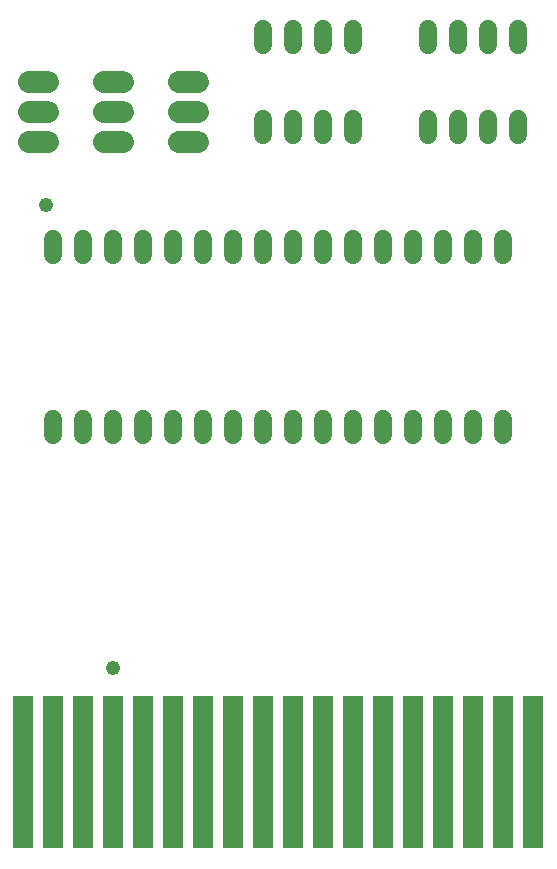
<source format=gbr>
G04 EAGLE Gerber RS-274X export*
G75*
%MOMM*%
%FSLAX34Y34*%
%LPD*%
%INSoldermask Bottom*%
%IPPOS*%
%AMOC8*
5,1,8,0,0,1.08239X$1,22.5*%
G01*
%ADD10R,1.727200X12.903200*%
%ADD11C,1.524000*%
%ADD12C,1.853200*%
%ADD13C,1.209600*%


D10*
X38100Y76200D03*
X63500Y76200D03*
X88900Y76200D03*
X114300Y76200D03*
X139700Y76200D03*
X165100Y76200D03*
X190500Y76200D03*
X215900Y76200D03*
X241300Y76200D03*
X266700Y76200D03*
X292100Y76200D03*
X317500Y76200D03*
X342900Y76200D03*
X368300Y76200D03*
X393700Y76200D03*
X419100Y76200D03*
X444500Y76200D03*
X469900Y76200D03*
D11*
X444500Y514096D02*
X444500Y527304D01*
X419100Y527304D02*
X419100Y514096D01*
X292100Y514096D02*
X292100Y527304D01*
X266700Y527304D02*
X266700Y514096D01*
X393700Y514096D02*
X393700Y527304D01*
X368300Y527304D02*
X368300Y514096D01*
X317500Y514096D02*
X317500Y527304D01*
X342900Y527304D02*
X342900Y514096D01*
X241300Y514096D02*
X241300Y527304D01*
X215900Y527304D02*
X215900Y514096D01*
X190500Y514096D02*
X190500Y527304D01*
X165100Y527304D02*
X165100Y514096D01*
X139700Y514096D02*
X139700Y527304D01*
X114300Y527304D02*
X114300Y514096D01*
X88900Y514096D02*
X88900Y527304D01*
X63500Y527304D02*
X63500Y514096D01*
X63500Y374904D02*
X63500Y361696D01*
X88900Y361696D02*
X88900Y374904D01*
X114300Y374904D02*
X114300Y361696D01*
X139700Y361696D02*
X139700Y374904D01*
X165100Y374904D02*
X165100Y361696D01*
X190500Y361696D02*
X190500Y374904D01*
X215900Y374904D02*
X215900Y361696D01*
X241300Y361696D02*
X241300Y374904D01*
X266700Y374904D02*
X266700Y361696D01*
X292100Y361696D02*
X292100Y374904D01*
X317500Y374904D02*
X317500Y361696D01*
X342900Y361696D02*
X342900Y374904D01*
X368300Y374904D02*
X368300Y361696D01*
X393700Y361696D02*
X393700Y374904D01*
X419100Y374904D02*
X419100Y361696D01*
X444500Y361696D02*
X444500Y374904D01*
X317500Y691896D02*
X317500Y705104D01*
X292100Y705104D02*
X292100Y691896D01*
X292100Y628904D02*
X292100Y615696D01*
X317500Y615696D02*
X317500Y628904D01*
X266700Y691896D02*
X266700Y705104D01*
X241300Y705104D02*
X241300Y691896D01*
X266700Y628904D02*
X266700Y615696D01*
X241300Y615696D02*
X241300Y628904D01*
X457200Y691896D02*
X457200Y705104D01*
X431800Y705104D02*
X431800Y691896D01*
X431800Y628904D02*
X431800Y615696D01*
X457200Y615696D02*
X457200Y628904D01*
X406400Y691896D02*
X406400Y705104D01*
X381000Y705104D02*
X381000Y691896D01*
X406400Y628904D02*
X406400Y615696D01*
X381000Y615696D02*
X381000Y628904D01*
D12*
X186050Y609600D02*
X169550Y609600D01*
X169550Y635000D02*
X186050Y635000D01*
X186050Y660400D02*
X169550Y660400D01*
X122550Y609600D02*
X106050Y609600D01*
X106050Y635000D02*
X122550Y635000D01*
X122550Y660400D02*
X106050Y660400D01*
X59050Y609600D02*
X42550Y609600D01*
X42550Y635000D02*
X59050Y635000D01*
X59050Y660400D02*
X42550Y660400D01*
D13*
X57150Y556260D03*
X113665Y164465D03*
M02*

</source>
